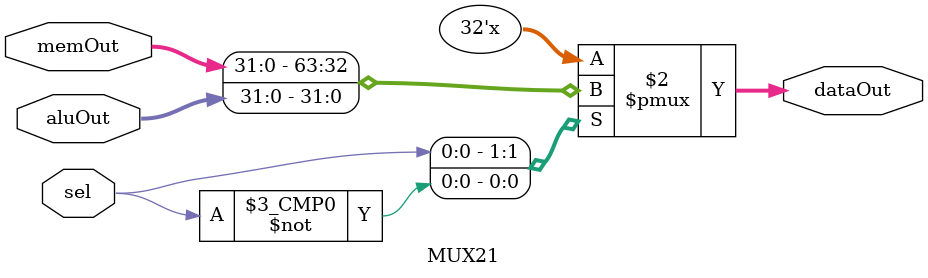
<source format=v>
`timescale 1ns/1ns
module MUX21(
input [31:0] memOut,aluOut,
input sel,
output reg [31:0] dataOut
);

always @(*)
begin
	case(sel)
		1'b1:
		begin
			dataOut = memOut;
		end
		1'b0:
		begin
			dataOut = aluOut;
		end
	endcase
end
endmodule

</source>
